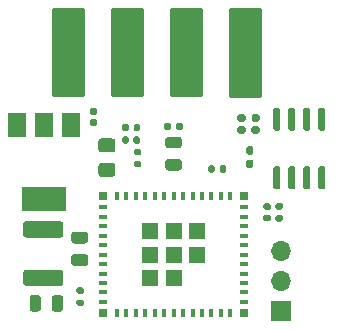
<source format=gbr>
%TF.GenerationSoftware,KiCad,Pcbnew,(5.1.12-1-10_14)*%
%TF.CreationDate,2022-02-21T12:57:33+08:00*%
%TF.ProjectId,esp32-c3_ddsu666,65737033-322d-4633-935f-646473753636,rev?*%
%TF.SameCoordinates,Original*%
%TF.FileFunction,Soldermask,Top*%
%TF.FilePolarity,Negative*%
%FSLAX46Y46*%
G04 Gerber Fmt 4.6, Leading zero omitted, Abs format (unit mm)*
G04 Created by KiCad (PCBNEW (5.1.12-1-10_14)) date 2022-02-21 12:57:33*
%MOMM*%
%LPD*%
G01*
G04 APERTURE LIST*
%ADD10O,1.700000X1.700000*%
%ADD11R,1.700000X1.700000*%
%ADD12R,1.350000X1.350000*%
%ADD13R,1.500000X2.000000*%
%ADD14R,3.800000X2.000000*%
%ADD15R,0.399999X0.799998*%
%ADD16R,0.799998X0.399999*%
%ADD17R,1.450010X1.450010*%
%ADD18R,0.799998X0.799998*%
%ADD19C,0.254000*%
%ADD20C,0.100000*%
G04 APERTURE END LIST*
D10*
%TO.C,J2*%
X125550000Y-62980000D03*
X125550000Y-65520000D03*
D11*
X125550000Y-68060000D03*
%TD*%
%TO.C,C3*%
G36*
G01*
X111265000Y-54620000D02*
X110315000Y-54620000D01*
G75*
G02*
X110065000Y-54370000I0J250000D01*
G01*
X110065000Y-53695000D01*
G75*
G02*
X110315000Y-53445000I250000J0D01*
G01*
X111265000Y-53445000D01*
G75*
G02*
X111515000Y-53695000I0J-250000D01*
G01*
X111515000Y-54370000D01*
G75*
G02*
X111265000Y-54620000I-250000J0D01*
G01*
G37*
G36*
G01*
X111265000Y-56695000D02*
X110315000Y-56695000D01*
G75*
G02*
X110065000Y-56445000I0J250000D01*
G01*
X110065000Y-55770000D01*
G75*
G02*
X110315000Y-55520000I250000J0D01*
G01*
X111265000Y-55520000D01*
G75*
G02*
X111515000Y-55770000I0J-250000D01*
G01*
X111515000Y-56445000D01*
G75*
G02*
X111265000Y-56695000I-250000J0D01*
G01*
G37*
%TD*%
D12*
%TO.C,J5*%
X122500000Y-49000000D03*
%TD*%
%TO.C,J4*%
X117500000Y-49000000D03*
%TD*%
%TO.C,J3*%
X112500000Y-49000000D03*
%TD*%
%TO.C,J1*%
X107500000Y-49000000D03*
%TD*%
%TO.C,C12*%
G36*
G01*
X122735000Y-55230000D02*
X123045000Y-55230000D01*
G75*
G02*
X123200000Y-55385000I0J-155000D01*
G01*
X123200000Y-55810000D01*
G75*
G02*
X123045000Y-55965000I-155000J0D01*
G01*
X122735000Y-55965000D01*
G75*
G02*
X122580000Y-55810000I0J155000D01*
G01*
X122580000Y-55385000D01*
G75*
G02*
X122735000Y-55230000I155000J0D01*
G01*
G37*
G36*
G01*
X122735000Y-54095000D02*
X123045000Y-54095000D01*
G75*
G02*
X123200000Y-54250000I0J-155000D01*
G01*
X123200000Y-54675000D01*
G75*
G02*
X123045000Y-54830000I-155000J0D01*
G01*
X122735000Y-54830000D01*
G75*
G02*
X122580000Y-54675000I0J155000D01*
G01*
X122580000Y-54250000D01*
G75*
G02*
X122735000Y-54095000I155000J0D01*
G01*
G37*
%TD*%
%TO.C,U2*%
G36*
G01*
X125335000Y-52800000D02*
X125035000Y-52800000D01*
G75*
G02*
X124885000Y-52650000I0J150000D01*
G01*
X124885000Y-51000000D01*
G75*
G02*
X125035000Y-50850000I150000J0D01*
G01*
X125335000Y-50850000D01*
G75*
G02*
X125485000Y-51000000I0J-150000D01*
G01*
X125485000Y-52650000D01*
G75*
G02*
X125335000Y-52800000I-150000J0D01*
G01*
G37*
G36*
G01*
X126605000Y-52800000D02*
X126305000Y-52800000D01*
G75*
G02*
X126155000Y-52650000I0J150000D01*
G01*
X126155000Y-51000000D01*
G75*
G02*
X126305000Y-50850000I150000J0D01*
G01*
X126605000Y-50850000D01*
G75*
G02*
X126755000Y-51000000I0J-150000D01*
G01*
X126755000Y-52650000D01*
G75*
G02*
X126605000Y-52800000I-150000J0D01*
G01*
G37*
G36*
G01*
X127875000Y-52800000D02*
X127575000Y-52800000D01*
G75*
G02*
X127425000Y-52650000I0J150000D01*
G01*
X127425000Y-51000000D01*
G75*
G02*
X127575000Y-50850000I150000J0D01*
G01*
X127875000Y-50850000D01*
G75*
G02*
X128025000Y-51000000I0J-150000D01*
G01*
X128025000Y-52650000D01*
G75*
G02*
X127875000Y-52800000I-150000J0D01*
G01*
G37*
G36*
G01*
X129145000Y-52800000D02*
X128845000Y-52800000D01*
G75*
G02*
X128695000Y-52650000I0J150000D01*
G01*
X128695000Y-51000000D01*
G75*
G02*
X128845000Y-50850000I150000J0D01*
G01*
X129145000Y-50850000D01*
G75*
G02*
X129295000Y-51000000I0J-150000D01*
G01*
X129295000Y-52650000D01*
G75*
G02*
X129145000Y-52800000I-150000J0D01*
G01*
G37*
G36*
G01*
X129145000Y-57750000D02*
X128845000Y-57750000D01*
G75*
G02*
X128695000Y-57600000I0J150000D01*
G01*
X128695000Y-55950000D01*
G75*
G02*
X128845000Y-55800000I150000J0D01*
G01*
X129145000Y-55800000D01*
G75*
G02*
X129295000Y-55950000I0J-150000D01*
G01*
X129295000Y-57600000D01*
G75*
G02*
X129145000Y-57750000I-150000J0D01*
G01*
G37*
G36*
G01*
X127875000Y-57750000D02*
X127575000Y-57750000D01*
G75*
G02*
X127425000Y-57600000I0J150000D01*
G01*
X127425000Y-55950000D01*
G75*
G02*
X127575000Y-55800000I150000J0D01*
G01*
X127875000Y-55800000D01*
G75*
G02*
X128025000Y-55950000I0J-150000D01*
G01*
X128025000Y-57600000D01*
G75*
G02*
X127875000Y-57750000I-150000J0D01*
G01*
G37*
G36*
G01*
X126605000Y-57750000D02*
X126305000Y-57750000D01*
G75*
G02*
X126155000Y-57600000I0J150000D01*
G01*
X126155000Y-55950000D01*
G75*
G02*
X126305000Y-55800000I150000J0D01*
G01*
X126605000Y-55800000D01*
G75*
G02*
X126755000Y-55950000I0J-150000D01*
G01*
X126755000Y-57600000D01*
G75*
G02*
X126605000Y-57750000I-150000J0D01*
G01*
G37*
G36*
G01*
X125335000Y-57750000D02*
X125035000Y-57750000D01*
G75*
G02*
X124885000Y-57600000I0J150000D01*
G01*
X124885000Y-55950000D01*
G75*
G02*
X125035000Y-55800000I150000J0D01*
G01*
X125335000Y-55800000D01*
G75*
G02*
X125485000Y-55950000I0J-150000D01*
G01*
X125485000Y-57600000D01*
G75*
G02*
X125335000Y-57750000I-150000J0D01*
G01*
G37*
%TD*%
%TO.C,R2*%
G36*
G01*
X122540000Y-52570000D02*
X122540000Y-52890000D01*
G75*
G02*
X122380000Y-53050000I-160000J0D01*
G01*
X121985000Y-53050000D01*
G75*
G02*
X121825000Y-52890000I0J160000D01*
G01*
X121825000Y-52570000D01*
G75*
G02*
X121985000Y-52410000I160000J0D01*
G01*
X122380000Y-52410000D01*
G75*
G02*
X122540000Y-52570000I0J-160000D01*
G01*
G37*
G36*
G01*
X123735000Y-52570000D02*
X123735000Y-52890000D01*
G75*
G02*
X123575000Y-53050000I-160000J0D01*
G01*
X123180000Y-53050000D01*
G75*
G02*
X123020000Y-52890000I0J160000D01*
G01*
X123020000Y-52570000D01*
G75*
G02*
X123180000Y-52410000I160000J0D01*
G01*
X123575000Y-52410000D01*
G75*
G02*
X123735000Y-52570000I0J-160000D01*
G01*
G37*
%TD*%
%TO.C,R1*%
G36*
G01*
X123040000Y-51870000D02*
X123040000Y-51550000D01*
G75*
G02*
X123200000Y-51390000I160000J0D01*
G01*
X123595000Y-51390000D01*
G75*
G02*
X123755000Y-51550000I0J-160000D01*
G01*
X123755000Y-51870000D01*
G75*
G02*
X123595000Y-52030000I-160000J0D01*
G01*
X123200000Y-52030000D01*
G75*
G02*
X123040000Y-51870000I0J160000D01*
G01*
G37*
G36*
G01*
X121845000Y-51870000D02*
X121845000Y-51550000D01*
G75*
G02*
X122005000Y-51390000I160000J0D01*
G01*
X122400000Y-51390000D01*
G75*
G02*
X122560000Y-51550000I0J-160000D01*
G01*
X122560000Y-51870000D01*
G75*
G02*
X122400000Y-52030000I-160000J0D01*
G01*
X122005000Y-52030000D01*
G75*
G02*
X121845000Y-51870000I0J160000D01*
G01*
G37*
%TD*%
%TO.C,R14*%
G36*
G01*
X116680000Y-52615000D02*
X116680000Y-52245000D01*
G75*
G02*
X116815000Y-52110000I135000J0D01*
G01*
X117085000Y-52110000D01*
G75*
G02*
X117220000Y-52245000I0J-135000D01*
G01*
X117220000Y-52615000D01*
G75*
G02*
X117085000Y-52750000I-135000J0D01*
G01*
X116815000Y-52750000D01*
G75*
G02*
X116680000Y-52615000I0J135000D01*
G01*
G37*
G36*
G01*
X115660000Y-52615000D02*
X115660000Y-52245000D01*
G75*
G02*
X115795000Y-52110000I135000J0D01*
G01*
X116065000Y-52110000D01*
G75*
G02*
X116200000Y-52245000I0J-135000D01*
G01*
X116200000Y-52615000D01*
G75*
G02*
X116065000Y-52750000I-135000J0D01*
G01*
X115795000Y-52750000D01*
G75*
G02*
X115660000Y-52615000I0J135000D01*
G01*
G37*
%TD*%
%TO.C,R12*%
G36*
G01*
X108715000Y-66600000D02*
X108345000Y-66600000D01*
G75*
G02*
X108210000Y-66465000I0J135000D01*
G01*
X108210000Y-66195000D01*
G75*
G02*
X108345000Y-66060000I135000J0D01*
G01*
X108715000Y-66060000D01*
G75*
G02*
X108850000Y-66195000I0J-135000D01*
G01*
X108850000Y-66465000D01*
G75*
G02*
X108715000Y-66600000I-135000J0D01*
G01*
G37*
G36*
G01*
X108715000Y-67620000D02*
X108345000Y-67620000D01*
G75*
G02*
X108210000Y-67485000I0J135000D01*
G01*
X108210000Y-67215000D01*
G75*
G02*
X108345000Y-67080000I135000J0D01*
G01*
X108715000Y-67080000D01*
G75*
G02*
X108850000Y-67215000I0J-135000D01*
G01*
X108850000Y-67485000D01*
G75*
G02*
X108715000Y-67620000I-135000J0D01*
G01*
G37*
%TD*%
%TO.C,D2*%
G36*
G01*
X115983750Y-55180000D02*
X116896250Y-55180000D01*
G75*
G02*
X117140000Y-55423750I0J-243750D01*
G01*
X117140000Y-55911250D01*
G75*
G02*
X116896250Y-56155000I-243750J0D01*
G01*
X115983750Y-56155000D01*
G75*
G02*
X115740000Y-55911250I0J243750D01*
G01*
X115740000Y-55423750D01*
G75*
G02*
X115983750Y-55180000I243750J0D01*
G01*
G37*
G36*
G01*
X115983750Y-53305000D02*
X116896250Y-53305000D01*
G75*
G02*
X117140000Y-53548750I0J-243750D01*
G01*
X117140000Y-54036250D01*
G75*
G02*
X116896250Y-54280000I-243750J0D01*
G01*
X115983750Y-54280000D01*
G75*
G02*
X115740000Y-54036250I0J243750D01*
G01*
X115740000Y-53548750D01*
G75*
G02*
X115983750Y-53305000I243750J0D01*
G01*
G37*
%TD*%
%TO.C,D1*%
G36*
G01*
X105220000Y-66943750D02*
X105220000Y-67856250D01*
G75*
G02*
X104976250Y-68100000I-243750J0D01*
G01*
X104488750Y-68100000D01*
G75*
G02*
X104245000Y-67856250I0J243750D01*
G01*
X104245000Y-66943750D01*
G75*
G02*
X104488750Y-66700000I243750J0D01*
G01*
X104976250Y-66700000D01*
G75*
G02*
X105220000Y-66943750I0J-243750D01*
G01*
G37*
G36*
G01*
X107095000Y-66943750D02*
X107095000Y-67856250D01*
G75*
G02*
X106851250Y-68100000I-243750J0D01*
G01*
X106363750Y-68100000D01*
G75*
G02*
X106120000Y-67856250I0J243750D01*
G01*
X106120000Y-66943750D01*
G75*
G02*
X106363750Y-66700000I243750J0D01*
G01*
X106851250Y-66700000D01*
G75*
G02*
X107095000Y-66943750I0J-243750D01*
G01*
G37*
%TD*%
%TO.C,C7*%
G36*
G01*
X103949999Y-64540000D02*
X106850001Y-64540000D01*
G75*
G02*
X107100000Y-64789999I0J-249999D01*
G01*
X107100000Y-65690001D01*
G75*
G02*
X106850001Y-65940000I-249999J0D01*
G01*
X103949999Y-65940000D01*
G75*
G02*
X103700000Y-65690001I0J249999D01*
G01*
X103700000Y-64789999D01*
G75*
G02*
X103949999Y-64540000I249999J0D01*
G01*
G37*
G36*
G01*
X103949999Y-60440000D02*
X106850001Y-60440000D01*
G75*
G02*
X107100000Y-60689999I0J-249999D01*
G01*
X107100000Y-61590001D01*
G75*
G02*
X106850001Y-61840000I-249999J0D01*
G01*
X103949999Y-61840000D01*
G75*
G02*
X103700000Y-61590001I0J249999D01*
G01*
X103700000Y-60689999D01*
G75*
G02*
X103949999Y-60440000I249999J0D01*
G01*
G37*
%TD*%
D13*
%TO.C,U4*%
X107780000Y-52260000D03*
X103180000Y-52260000D03*
X105480000Y-52260000D03*
D14*
X105480000Y-58560000D03*
%TD*%
D15*
%TO.C,U1*%
X119639892Y-68229952D03*
X118839792Y-68229952D03*
X118039946Y-68229952D03*
X117239846Y-68229952D03*
X116439746Y-68229952D03*
X115639900Y-68229952D03*
X114839800Y-68229952D03*
X114039954Y-68229952D03*
X113239854Y-68229952D03*
X112440008Y-68229952D03*
X111639908Y-68229952D03*
D16*
X110490050Y-63280000D03*
X110490050Y-62479900D03*
X110490050Y-61680054D03*
X110490050Y-60879954D03*
X110490050Y-60079854D03*
X110490050Y-59280008D03*
D15*
X121240092Y-58330048D03*
X120439992Y-58330048D03*
X119640146Y-58330048D03*
X118840046Y-58330048D03*
D17*
X116440000Y-63280000D03*
D18*
X122389950Y-68229952D03*
X122389950Y-58330048D03*
X110490050Y-58330048D03*
X110490050Y-68229952D03*
D16*
X122389950Y-67279992D03*
X122389950Y-66479892D03*
X122389950Y-65680046D03*
X122389950Y-64879946D03*
X122389950Y-64080100D03*
X122389950Y-63280000D03*
X122389950Y-62480154D03*
X122389950Y-61680054D03*
X122389950Y-60879954D03*
X122389950Y-60080108D03*
X122389950Y-59280008D03*
D15*
X118039946Y-58330048D03*
X117239846Y-58330048D03*
X116440000Y-58330048D03*
X115639900Y-58330048D03*
X114840054Y-58330048D03*
X114039954Y-58330048D03*
X113240108Y-58330048D03*
X112440008Y-58330048D03*
X111639908Y-58330048D03*
D16*
X110490050Y-64079846D03*
X110490050Y-64879946D03*
X110490050Y-65679792D03*
X110490050Y-66480146D03*
X110490050Y-67279992D03*
D15*
X120439992Y-68229952D03*
X121239838Y-68229952D03*
D17*
X114464896Y-63280000D03*
X114464896Y-65255104D03*
X116440000Y-65255104D03*
X118415104Y-63280000D03*
X118415104Y-61304896D03*
X116440000Y-61304896D03*
X114464896Y-61304896D03*
%TD*%
%TO.C,R13*%
G36*
G01*
X113575000Y-54870000D02*
X113205000Y-54870000D01*
G75*
G02*
X113070000Y-54735000I0J135000D01*
G01*
X113070000Y-54465000D01*
G75*
G02*
X113205000Y-54330000I135000J0D01*
G01*
X113575000Y-54330000D01*
G75*
G02*
X113710000Y-54465000I0J-135000D01*
G01*
X113710000Y-54735000D01*
G75*
G02*
X113575000Y-54870000I-135000J0D01*
G01*
G37*
G36*
G01*
X113575000Y-55890000D02*
X113205000Y-55890000D01*
G75*
G02*
X113070000Y-55755000I0J135000D01*
G01*
X113070000Y-55485000D01*
G75*
G02*
X113205000Y-55350000I135000J0D01*
G01*
X113575000Y-55350000D01*
G75*
G02*
X113710000Y-55485000I0J-135000D01*
G01*
X113710000Y-55755000D01*
G75*
G02*
X113575000Y-55890000I-135000J0D01*
G01*
G37*
%TD*%
%TO.C,R11*%
G36*
G01*
X125185000Y-59940000D02*
X125555000Y-59940000D01*
G75*
G02*
X125690000Y-60075000I0J-135000D01*
G01*
X125690000Y-60345000D01*
G75*
G02*
X125555000Y-60480000I-135000J0D01*
G01*
X125185000Y-60480000D01*
G75*
G02*
X125050000Y-60345000I0J135000D01*
G01*
X125050000Y-60075000D01*
G75*
G02*
X125185000Y-59940000I135000J0D01*
G01*
G37*
G36*
G01*
X125185000Y-58920000D02*
X125555000Y-58920000D01*
G75*
G02*
X125690000Y-59055000I0J-135000D01*
G01*
X125690000Y-59325000D01*
G75*
G02*
X125555000Y-59460000I-135000J0D01*
G01*
X125185000Y-59460000D01*
G75*
G02*
X125050000Y-59325000I0J135000D01*
G01*
X125050000Y-59055000D01*
G75*
G02*
X125185000Y-58920000I135000J0D01*
G01*
G37*
%TD*%
%TO.C,C11*%
G36*
G01*
X124520000Y-59500000D02*
X124180000Y-59500000D01*
G75*
G02*
X124040000Y-59360000I0J140000D01*
G01*
X124040000Y-59080000D01*
G75*
G02*
X124180000Y-58940000I140000J0D01*
G01*
X124520000Y-58940000D01*
G75*
G02*
X124660000Y-59080000I0J-140000D01*
G01*
X124660000Y-59360000D01*
G75*
G02*
X124520000Y-59500000I-140000J0D01*
G01*
G37*
G36*
G01*
X124520000Y-60460000D02*
X124180000Y-60460000D01*
G75*
G02*
X124040000Y-60320000I0J140000D01*
G01*
X124040000Y-60040000D01*
G75*
G02*
X124180000Y-59900000I140000J0D01*
G01*
X124520000Y-59900000D01*
G75*
G02*
X124660000Y-60040000I0J-140000D01*
G01*
X124660000Y-60320000D01*
G75*
G02*
X124520000Y-60460000I-140000J0D01*
G01*
G37*
%TD*%
%TO.C,C10*%
G36*
G01*
X112650000Y-52360000D02*
X112650000Y-52700000D01*
G75*
G02*
X112510000Y-52840000I-140000J0D01*
G01*
X112230000Y-52840000D01*
G75*
G02*
X112090000Y-52700000I0J140000D01*
G01*
X112090000Y-52360000D01*
G75*
G02*
X112230000Y-52220000I140000J0D01*
G01*
X112510000Y-52220000D01*
G75*
G02*
X112650000Y-52360000I0J-140000D01*
G01*
G37*
G36*
G01*
X113610000Y-52360000D02*
X113610000Y-52700000D01*
G75*
G02*
X113470000Y-52840000I-140000J0D01*
G01*
X113190000Y-52840000D01*
G75*
G02*
X113050000Y-52700000I0J140000D01*
G01*
X113050000Y-52360000D01*
G75*
G02*
X113190000Y-52220000I140000J0D01*
G01*
X113470000Y-52220000D01*
G75*
G02*
X113610000Y-52360000I0J-140000D01*
G01*
G37*
%TD*%
%TO.C,C8*%
G36*
G01*
X108015000Y-63240000D02*
X108965000Y-63240000D01*
G75*
G02*
X109215000Y-63490000I0J-250000D01*
G01*
X109215000Y-63990000D01*
G75*
G02*
X108965000Y-64240000I-250000J0D01*
G01*
X108015000Y-64240000D01*
G75*
G02*
X107765000Y-63990000I0J250000D01*
G01*
X107765000Y-63490000D01*
G75*
G02*
X108015000Y-63240000I250000J0D01*
G01*
G37*
G36*
G01*
X108015000Y-61340000D02*
X108965000Y-61340000D01*
G75*
G02*
X109215000Y-61590000I0J-250000D01*
G01*
X109215000Y-62090000D01*
G75*
G02*
X108965000Y-62340000I-250000J0D01*
G01*
X108015000Y-62340000D01*
G75*
G02*
X107765000Y-62090000I0J250000D01*
G01*
X107765000Y-61590000D01*
G75*
G02*
X108015000Y-61340000I250000J0D01*
G01*
G37*
%TD*%
%TO.C,C6*%
G36*
G01*
X109490000Y-51830000D02*
X109830000Y-51830000D01*
G75*
G02*
X109970000Y-51970000I0J-140000D01*
G01*
X109970000Y-52250000D01*
G75*
G02*
X109830000Y-52390000I-140000J0D01*
G01*
X109490000Y-52390000D01*
G75*
G02*
X109350000Y-52250000I0J140000D01*
G01*
X109350000Y-51970000D01*
G75*
G02*
X109490000Y-51830000I140000J0D01*
G01*
G37*
G36*
G01*
X109490000Y-50870000D02*
X109830000Y-50870000D01*
G75*
G02*
X109970000Y-51010000I0J-140000D01*
G01*
X109970000Y-51290000D01*
G75*
G02*
X109830000Y-51430000I-140000J0D01*
G01*
X109490000Y-51430000D01*
G75*
G02*
X109350000Y-51290000I0J140000D01*
G01*
X109350000Y-51010000D01*
G75*
G02*
X109490000Y-50870000I140000J0D01*
G01*
G37*
%TD*%
%TO.C,C2*%
G36*
G01*
X112640000Y-53410000D02*
X112640000Y-53750000D01*
G75*
G02*
X112500000Y-53890000I-140000J0D01*
G01*
X112220000Y-53890000D01*
G75*
G02*
X112080000Y-53750000I0J140000D01*
G01*
X112080000Y-53410000D01*
G75*
G02*
X112220000Y-53270000I140000J0D01*
G01*
X112500000Y-53270000D01*
G75*
G02*
X112640000Y-53410000I0J-140000D01*
G01*
G37*
G36*
G01*
X113600000Y-53410000D02*
X113600000Y-53750000D01*
G75*
G02*
X113460000Y-53890000I-140000J0D01*
G01*
X113180000Y-53890000D01*
G75*
G02*
X113040000Y-53750000I0J140000D01*
G01*
X113040000Y-53410000D01*
G75*
G02*
X113180000Y-53270000I140000J0D01*
G01*
X113460000Y-53270000D01*
G75*
G02*
X113600000Y-53410000I0J-140000D01*
G01*
G37*
%TD*%
%TO.C,C1*%
G36*
G01*
X119930000Y-55870000D02*
X119930000Y-56210000D01*
G75*
G02*
X119790000Y-56350000I-140000J0D01*
G01*
X119510000Y-56350000D01*
G75*
G02*
X119370000Y-56210000I0J140000D01*
G01*
X119370000Y-55870000D01*
G75*
G02*
X119510000Y-55730000I140000J0D01*
G01*
X119790000Y-55730000D01*
G75*
G02*
X119930000Y-55870000I0J-140000D01*
G01*
G37*
G36*
G01*
X120890000Y-55870000D02*
X120890000Y-56210000D01*
G75*
G02*
X120750000Y-56350000I-140000J0D01*
G01*
X120470000Y-56350000D01*
G75*
G02*
X120330000Y-56210000I0J140000D01*
G01*
X120330000Y-55870000D01*
G75*
G02*
X120470000Y-55730000I140000J0D01*
G01*
X120750000Y-55730000D01*
G75*
G02*
X120890000Y-55870000I0J-140000D01*
G01*
G37*
%TD*%
D19*
X123750000Y-49812272D02*
X121250000Y-49806765D01*
X121250000Y-42500000D01*
X123750000Y-42500000D01*
X123750000Y-49812272D01*
D20*
G36*
X123750000Y-49812272D02*
G01*
X121250000Y-49806765D01*
X121250000Y-42500000D01*
X123750000Y-42500000D01*
X123750000Y-49812272D01*
G37*
D19*
X118750000Y-49801259D02*
X116250000Y-49795752D01*
X116250000Y-42500000D01*
X118750000Y-42500000D01*
X118750000Y-49801259D01*
D20*
G36*
X118750000Y-49801259D02*
G01*
X116250000Y-49795752D01*
X116250000Y-42500000D01*
X118750000Y-42500000D01*
X118750000Y-49801259D01*
G37*
D19*
X113750000Y-49790246D02*
X111250000Y-49784739D01*
X111250000Y-42500000D01*
X113750000Y-42500000D01*
X113750000Y-49790246D01*
D20*
G36*
X113750000Y-49790246D02*
G01*
X111250000Y-49784739D01*
X111250000Y-42500000D01*
X113750000Y-42500000D01*
X113750000Y-49790246D01*
G37*
D19*
X108750000Y-49779233D02*
X106250000Y-49773726D01*
X106250000Y-42500000D01*
X108750000Y-42500000D01*
X108750000Y-49779233D01*
D20*
G36*
X108750000Y-49779233D02*
G01*
X106250000Y-49773726D01*
X106250000Y-42500000D01*
X108750000Y-42500000D01*
X108750000Y-49779233D01*
G37*
M02*

</source>
